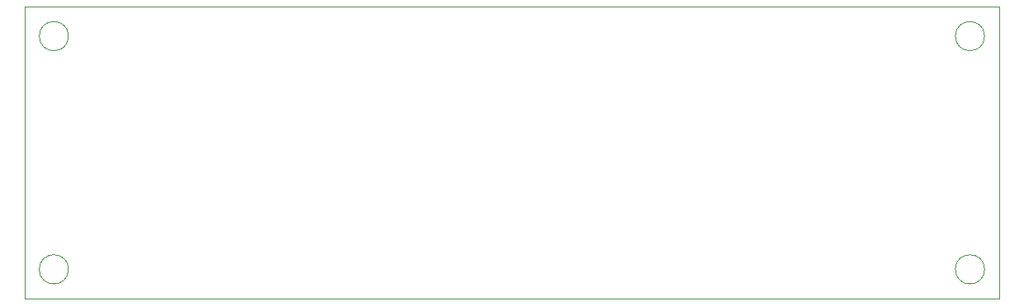
<source format=gbr>
%TF.GenerationSoftware,KiCad,Pcbnew,8.0.0*%
%TF.CreationDate,2024-03-26T18:15:11+09:00*%
%TF.ProjectId,led-board,6c65642d-626f-4617-9264-2e6b69636164,rev?*%
%TF.SameCoordinates,Original*%
%TF.FileFunction,Profile,NP*%
%FSLAX46Y46*%
G04 Gerber Fmt 4.6, Leading zero omitted, Abs format (unit mm)*
G04 Created by KiCad (PCBNEW 8.0.0) date 2024-03-26 18:15:11*
%MOMM*%
%LPD*%
G01*
G04 APERTURE LIST*
%TA.AperFunction,Profile*%
%ADD10C,0.050000*%
%TD*%
G04 APERTURE END LIST*
D10*
X209200000Y-90900000D02*
G75*
G02*
X206200000Y-90900000I-1500000J0D01*
G01*
X206200000Y-90900000D02*
G75*
G02*
X209200000Y-90900000I1500000J0D01*
G01*
X110700000Y-63900000D02*
X210700000Y-63900000D01*
X210700000Y-93900000D01*
X110700000Y-93900000D01*
X110700000Y-63900000D01*
X115200000Y-90900000D02*
G75*
G02*
X112200000Y-90900000I-1500000J0D01*
G01*
X112200000Y-90900000D02*
G75*
G02*
X115200000Y-90900000I1500000J0D01*
G01*
X115200000Y-66900000D02*
G75*
G02*
X112200000Y-66900000I-1500000J0D01*
G01*
X112200000Y-66900000D02*
G75*
G02*
X115200000Y-66900000I1500000J0D01*
G01*
X209200000Y-66900000D02*
G75*
G02*
X206200000Y-66900000I-1500000J0D01*
G01*
X206200000Y-66900000D02*
G75*
G02*
X209200000Y-66900000I1500000J0D01*
G01*
M02*

</source>
